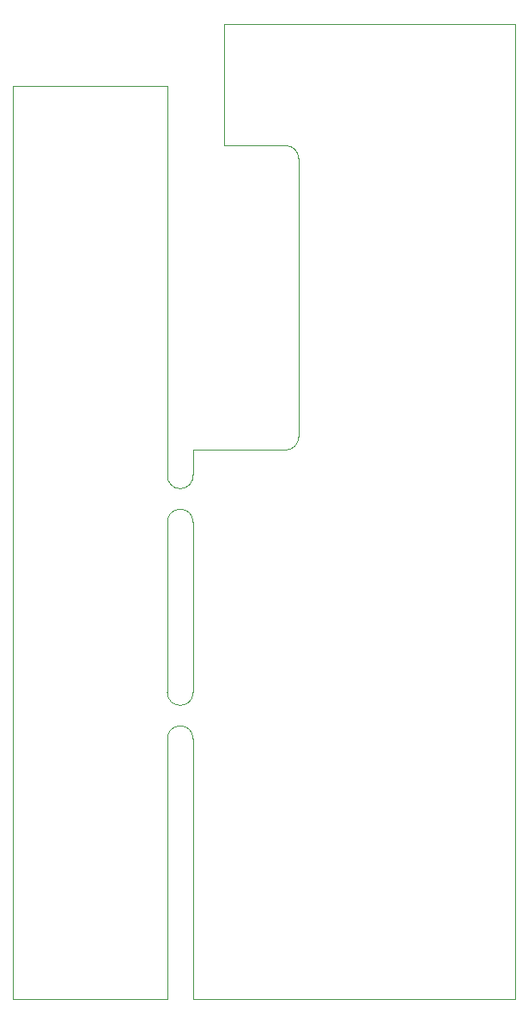
<source format=gm1>
%TF.GenerationSoftware,KiCad,Pcbnew,5.99.0+really5.1.9+dfsg1-1*%
%TF.CreationDate,2021-05-15T22:05:00+10:00*%
%TF.ProjectId,minisynth32,6d696e69-7379-46e7-9468-33322e6b6963,1.1*%
%TF.SameCoordinates,Original*%
%TF.FileFunction,Profile,NP*%
%FSLAX46Y46*%
G04 Gerber Fmt 4.6, Leading zero omitted, Abs format (unit mm)*
G04 Created by KiCad (PCBNEW 5.99.0+really5.1.9+dfsg1-1) date 2021-05-15 22:05:00*
%MOMM*%
%LPD*%
G01*
G04 APERTURE LIST*
%TA.AperFunction,Profile*%
%ADD10C,0.050000*%
%TD*%
G04 APERTURE END LIST*
D10*
X129540000Y-88265000D02*
G75*
G02*
X127000000Y-88265000I-1270000J-127000D01*
G01*
X127000000Y-92964000D02*
G75*
G02*
X129540000Y-92964000I1270000J0D01*
G01*
X129540000Y-109728000D02*
G75*
G02*
X127000000Y-109728000I-1270000J0D01*
G01*
X127000000Y-114300000D02*
G75*
G02*
X129540000Y-114300000I1270000J0D01*
G01*
X129540000Y-114300000D02*
X129540000Y-139954000D01*
X127000000Y-139954000D02*
X127000000Y-114300000D01*
X127000000Y-109728000D02*
X127000000Y-92964000D01*
X129540000Y-92964000D02*
X129540000Y-109728000D01*
X132588000Y-55880000D02*
X132588000Y-43942000D01*
X129540000Y-88265000D02*
X129540000Y-85852000D01*
X127000000Y-50038000D02*
X127000000Y-88265000D01*
X139954000Y-84582000D02*
X139954000Y-57150000D01*
X138684000Y-55880000D02*
G75*
G02*
X139954000Y-57150000I0J-1270000D01*
G01*
X138684000Y-85852000D02*
X129540000Y-85852000D01*
X139954000Y-84582000D02*
G75*
G02*
X138684000Y-85852000I-1270000J0D01*
G01*
X138684000Y-55880000D02*
X132588000Y-55880000D01*
X111760000Y-139954000D02*
X127000000Y-139954000D01*
X111760000Y-50038000D02*
X111760000Y-139954000D01*
X127000000Y-50038000D02*
X111760000Y-50038000D01*
X161290000Y-43942000D02*
X132588000Y-43942000D01*
X161290000Y-139954000D02*
X161290000Y-43942000D01*
X129540000Y-139954000D02*
X161290000Y-139954000D01*
M02*

</source>
